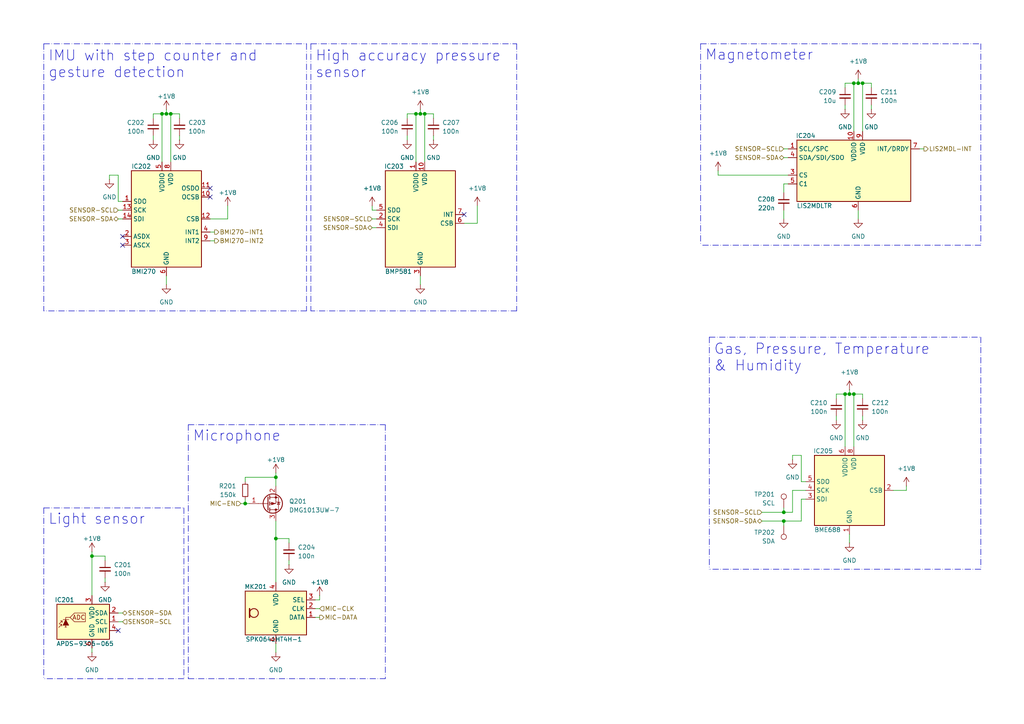
<source format=kicad_sch>
(kicad_sch (version 20231120) (generator "eeschema") (generator_version "8.0")
  (paper "A4")
  (title_block (title "ZSWatch v2") (date "2024-11-03") (rev "6") (company "github.com/jakkra/ZSWatch-HW"))
  (lib_symbols
    (symbol "Bosch:BME688"
      (property "Reference" "IC" (at -8.89 11.43 0))
      (property "Value" "BME688" (at -6.35 -11.43 0))
      (symbol "BME688_0_1"
        (rectangle (start -10.16 10.16) (end 10.16 -10.16) (stroke (width 0.254)) (fill (type background)))
      )
      (symbol "BME688_1_1"
        (pin power_in line (at 0 -12.7 90) (length 2.54) (name "GND") (number "1"))
        (pin input line (at 12.7 0 180) (length 2.54) (name "CSB") (number "2"))
        (pin bidirectional line (at -12.7 -2.54 0) (length 2.54) (name "SDI") (number "3"))
        (pin input line (at -12.7 0 0) (length 2.54) (name "SCK") (number "4"))
        (pin bidirectional line (at -12.7 2.54 0) (length 2.54) (name "SDO") (number "5"))
        (pin power_in line (at -1.27 12.7 270) (length 2.54) (name "VDDIO") (number "6"))
        (pin power_in line (at 0 -12.7 90) (length 2.54) hide (name "GND") (number "7"))
        (pin power_in line (at 1.27 12.7 270) (length 2.54) (name "VDD") (number "8"))
      )
    )
    (symbol "Bosch:BMI270"
      (property "Reference" "IC" (at -8.89 15.24 0))
      (property "Value" "BMI270" (at 0 0 0))
      (symbol "BMI270_1_0"
        (pin bidirectional line (at -12.7 5.08 0) (length 2.54) (name "SDO") (number "1"))
        (pin passive line (at 12.7 6.35 180) (length 2.54) (name "OCSB") (number "10"))
        (pin passive line (at 12.7 8.89 180) (length 2.54) (name "OSDO") (number "11"))
        (pin passive line (at 12.7 0 180) (length 2.54) (name "CSB") (number "12"))
        (pin passive line (at -12.7 2.54 0) (length 2.54) (name "SCK") (number "13"))
        (pin bidirectional line (at -12.7 0 0) (length 2.54) (name "SDI") (number "14"))
        (pin passive line (at -12.7 -5.08 0) (length 2.54) (name "ASDX") (number "2"))
        (pin passive line (at -12.7 -7.62 0) (length 2.54) (name "ASCX") (number "3"))
        (pin output line (at 12.7 -3.81 180) (length 2.54) (name "INT1") (number "4"))
        (pin power_in line (at -1.27 16.51 270) (length 2.54) (name "VDDIO") (number "5"))
        (pin power_in line (at 0 -16.51 90) (length 2.54) (name "GND") (number "6"))
        (pin power_in line (at 0 -16.51 90) (length 2.54) hide (name "GND") (number "7"))
        (pin power_in line (at 1.27 16.51 270) (length 2.54) (name "VDD") (number "8"))
        (pin output line (at 12.7 -6.35 180) (length 2.54) (name "INT2") (number "9"))
      )
      (symbol "BMI270_1_1"
        (polyline (pts (xy -10.16 13.97) (xy 10.16 13.97) (xy 10.16 -13.97) (xy -10.16 -13.97) (xy -10.16 13.97)) (stroke (width 0.254)) (fill (type background)))
      )
    )
    (symbol "Bosch:BMP581"
      (property "Reference" "IC" (at -8.89 15.24 0))
      (symbol "BMP581_1_0"
        (pin passive line (at -1.27 16.51 270) (length 2.54) (name "VDDIO") (number "1"))
        (pin passive line (at 1.27 16.51 270) (length 2.54) (name "VDD") (number "10"))
        (pin input line (at -12.7 0 0) (length 2.54) (name "SCK") (number "2"))
        (pin power_in line (at 0 -16.51 90) (length 2.54) (name "GND") (number "3"))
        (pin bidirectional line (at -12.7 -2.54 0) (length 2.54) (name "SDI") (number "4"))
        (pin bidirectional line (at -12.7 2.54 0) (length 2.54) (name "SDO") (number "5"))
        (pin passive line (at 12.7 -1.27 180) (length 2.54) (name "CSB") (number "6"))
        (pin passive line (at 12.7 1.27 180) (length 2.54) (name "INT") (number "7"))
        (pin power_in line (at 0 -16.51 90) (length 2.54) hide (name "GND") (number "8"))
        (pin power_in line (at 0 -16.51 90) (length 2.54) hide (name "GND") (number "9"))
      )
      (symbol "BMP581_1_1"
        (polyline (pts (xy -10.16 13.97) (xy 10.16 13.97) (xy 10.16 -13.97) (xy -10.16 -13.97) (xy -10.16 13.97)) (stroke (width 0.254)) (fill (type background)))
      )
    )
    (symbol "Connector:TestPoint" (pin_numbers hide) (pin_names (offset 0.762) hide)
      (property "Reference" "TP" (at 0 6.858 0))
      (property "Value" "TestPoint" (at 0 5.08 0))
      (symbol "TestPoint_0_1"
        (circle (center 0 3.302) (radius 0.762))
      )
      (symbol "TestPoint_1_1"
        (pin passive line (at 0 0 90) (length 2.54) (name "1") (number "1"))
      )
    )
    (symbol "Device:C_Small" (pin_numbers hide) (pin_names (offset 0.254) hide)
      (property "Reference" "C" (at 0.254 1.778 0))
      (property "Value" "C_Small" (at 0.254 -2.032 0))
      (symbol "C_Small_0_1"
        (polyline (pts (xy -1.524 -0.508) (xy 1.524 -0.508)) (stroke (width 0.3302)))
        (polyline (pts (xy -1.524 0.508) (xy 1.524 0.508)) (stroke (width 0.3048)))
      )
      (symbol "C_Small_1_1"
        (pin passive line (at 0 2.54 270) (length 2.032) (name "~") (number "1"))
        (pin passive line (at 0 -2.54 90) (length 2.032) (name "~") (number "2"))
      )
    )
    (symbol "Device:R_Small" (pin_numbers hide) (pin_names (offset 0.254) hide)
      (property "Reference" "R" (at 0.762 0.508 0))
      (property "Value" "R_Small" (at 0.762 -1.016 0))
      (symbol "R_Small_0_1"
        (rectangle (start -0.762 1.778) (end 0.762 -1.778) (stroke (width 0.2032)))
      )
      (symbol "R_Small_1_1"
        (pin passive line (at 0 2.54 270) (length 0.762) (name "~") (number "1"))
        (pin passive line (at 0 -2.54 90) (length 0.762) (name "~") (number "2"))
      )
    )
    (symbol "Diodes Incorporated:DMG1013UW-7" (pin_names hide)
      (property "Reference" "Q" (at 2.54 1.905 0))
      (property "Value" "DMG1013UW-7" (at -6.35 0 0))
      (symbol "DMG1013UW-7_0_1"
        (circle (center -0.889 0) (radius 2.794) (stroke (width 0.254)))
        (circle (center 0 -1.778) (radius 0.254) (fill (type outline)))
        (polyline (pts (xy -2.286 0) (xy -5.08 0)))
        (polyline (pts (xy -2.286 1.905) (xy -2.286 -1.905)) (stroke (width 0.254)))
        (polyline (pts (xy -1.778 -1.27) (xy -1.778 -2.286)) (stroke (width 0.254)))
        (polyline (pts (xy -1.778 0.508) (xy -1.778 -0.508)) (stroke (width 0.254)))
        (polyline (pts (xy -1.778 2.286) (xy -1.778 1.27)) (stroke (width 0.254)))
        (polyline (pts (xy 0 2.54) (xy 0 1.778)))
        (polyline (pts (xy 0 -2.54) (xy 0 0) (xy -1.778 0)))
        (polyline (pts (xy -1.778 1.778) (xy 0.762 1.778) (xy 0.762 -1.778) (xy -1.778 -1.778)))
        (polyline (pts (xy -0.254 0) (xy -1.27 0.381) (xy -1.27 -0.381) (xy -0.254 0)) (fill (type outline)))
        (polyline (pts (xy 0.254 -0.508) (xy 0.381 -0.381) (xy 1.143 -0.381) (xy 1.27 -0.254)))
        (polyline (pts (xy 0.762 -0.381) (xy 0.381 0.254) (xy 1.143 0.254) (xy 0.762 -0.381)))
        (circle (center 0 1.778) (radius 0.254) (fill (type outline)))
      )
      (symbol "DMG1013UW-7_1_1"
        (pin input line (at -7.62 0 0) (length 2.54) (name "G") (number "1"))
        (pin passive line (at 0 -5.08 90) (length 2.54) (name "S") (number "2"))
        (pin passive line (at 0 5.08 270) (length 2.54) (name "D") (number "3"))
      )
    )
    (symbol "Knowles:SPK0641HT4H-1"
      (property "Reference" "MK" (at -7.62 7.62 0))
      (property "Value" "SPK0641HT4H-1" (at -1.27 -7.62 0))
      (symbol "SPK0641HT4H-1_1_1"
        (rectangle (start -8.89 6.35) (end 8.89 -6.35) (stroke (width 0.254)) (fill (type background)))
        (circle (center -6.35 0) (radius 1.27) (stroke (width 0.254)))
        (polyline (pts (xy -7.62 1.27) (xy -7.62 -1.27)) (stroke (width 0.381)))
        (pin output line (at 11.43 -1.27 180) (length 2.54) (name "DATA") (number "1"))
        (pin input line (at 11.43 1.27 180) (length 2.54) (name "CLK") (number "2"))
        (pin input line (at 11.43 3.81 180) (length 2.54) (name "SEL") (number "3"))
        (pin power_in line (at 0 8.89 270) (length 2.54) (name "VDD") (number "4"))
        (pin power_in line (at 0 -8.89 90) (length 2.54) hide (name "GND") (number "5"))
        (pin power_in line (at 0 -8.89 90) (length 2.54) (name "GND") (number "6"))
        (pin power_in line (at 0 -8.89 90) (length 2.54) hide (name "GND") (number "7"))
        (pin power_in line (at 0 -8.89 90) (length 2.54) hide (name "GND") (number "8"))
      )
    )
    (symbol "ST:LIS2MDLTR"
      (property "Reference" "IC" (at -16.51 11.43 0))
      (symbol "LIS2MDLTR_1_0"
        (pin passive line (at -20.32 7.62 0) (length 2.54) (name "SCL/SPC") (number "1"))
        (pin power_in line (at -1.27 12.7 270) (length 2.54) (name "VDDIO") (number "10"))
        (pin no_connect line (at 17.78 -2.54 180) (length 2.54) hide (name "NC") (number "11"))
        (pin no_connect line (at 17.78 -5.08 180) (length 2.54) hide (name "NC") (number "12"))
        (pin no_connect line (at 17.78 0 180) (length 2.54) hide (name "NC") (number "2"))
        (pin passive line (at -20.32 0 0) (length 2.54) (name "CS") (number "3"))
        (pin passive line (at -20.32 5.08 0) (length 2.54) (name "SDA/SDI/SDO") (number "4"))
        (pin passive line (at -20.32 -2.54 0) (length 2.54) (name "C1") (number "5"))
        (pin passive line (at 0 -10.16 90) (length 2.54) (name "GND") (number "6"))
        (pin passive line (at 17.78 7.62 180) (length 2.54) (name "INT/DRDY") (number "7"))
        (pin passive line (at 0 -10.16 90) (length 2.54) hide (name "GND") (number "8"))
        (pin power_in line (at 1.27 12.7 270) (length 2.54) (name "VDD") (number "9"))
      )
      (symbol "LIS2MDLTR_1_1"
        (polyline (pts (xy -17.78 10.16) (xy 15.24 10.16) (xy 15.24 -7.62) (xy -17.78 -7.62) (xy -17.78 10.16)) (stroke (width 0.254)) (fill (type background)))
      )
    )
    (symbol "Sensor_Optical:APDS-9306-065"
      (property "Reference" "U" (at -6.35 6.35 0))
      (property "Value" "APDS-9306-065" (at 3.81 6.35 0))
      (symbol "APDS-9306-065_0_0"
        (polyline (pts (xy -3.81 1.27) (xy -2.54 2.54) (xy 0.635 2.54) (xy 0.635 0) (xy -2.54 0) (xy -3.81 1.27)))
        (text "ADC" (at -1.27 1.27 0) (effects (font (size 1.27 1.27))))
      )
      (symbol "APDS-9306-065_0_1"
        (rectangle (start -7.62 5.08) (end 7.62 -5.08) (stroke (width 0.254)) (fill (type background)))
      )
      (symbol "APDS-9306-065_1_0"
        (polyline (pts (xy -5.08 -1.524) (xy -5.08 1.27) (xy -3.81 1.27)))
      )
      (symbol "APDS-9306-065_1_1"
        (polyline (pts (xy -6.223 -0.762) (xy -7.112 -1.651)))
        (polyline (pts (xy -6.223 -0.762) (xy -6.731 -0.762)))
        (polyline (pts (xy -6.223 -0.762) (xy -6.223 -1.27)))
        (polyline (pts (xy -6.096 0.254) (xy -6.985 -0.635)))
        (polyline (pts (xy -6.096 0.254) (xy -6.604 0.254)))
        (polyline (pts (xy -6.096 0.254) (xy -6.096 -0.254)))
        (polyline (pts (xy -5.842 0.635) (xy -4.191 0.635)))
        (polyline (pts (xy -4.826 -1.524) (xy -5.334 -1.524)))
        (polyline (pts (xy -5.842 -1.016) (xy -4.191 -1.016) (xy -5.08 0.635) (xy -5.842 -1.016)) (fill (type outline)))
        (pin input line (at 10.16 0 180) (length 2.54) (name "SCL") (number "1"))
        (pin bidirectional line (at 10.16 2.54 180) (length 2.54) (name "SDA") (number "2"))
        (pin power_in line (at 2.54 7.62 270) (length 2.54) (name "VDD") (number "3"))
        (pin open_collector line (at 10.16 -2.54 180) (length 2.54) (name "INT") (number "4"))
        (pin no_connect line (at -7.62 2.54 0) (length 2.54) hide (name "NC") (number "5"))
        (pin power_in line (at 2.54 -7.62 90) (length 2.54) (name "GND") (number "6"))
      )
    )
    (symbol "power:+1V8" (power) (pin_numbers hide) (pin_names (offset 0) hide)
      (property "Value" "+1V8" (at 0 3.556 0))
      (symbol "+1V8_0_1"
        (polyline (pts (xy -0.762 1.27) (xy 0 2.54)))
        (polyline (pts (xy 0 0) (xy 0 2.54)))
        (polyline (pts (xy 0 2.54) (xy 0.762 1.27)))
      )
      (symbol "+1V8_1_1"
        (pin power_in line (at 0 0 90) (length 0) (name "~") (number "1"))
      )
    )
    (symbol "power:GND" (power) (pin_numbers hide) (pin_names (offset 0) hide)
      (property "Value" "GND" (at 0 -3.81 0))
      (symbol "GND_0_1"
        (polyline (pts (xy 0 0) (xy 0 -1.27) (xy 1.27 -1.27) (xy 0 -2.54) (xy -1.27 -1.27) (xy 0 -1.27)))
      )
      (symbol "GND_1_1"
        (pin power_in line (at 0 0 270) (length 0) (name "~") (number "1"))
      )
    )
  )
  (junction (at 71.12 146.05))
  (junction (at 247.65 114.3))
  (junction (at 246.38 114.3))
  (junction (at 80.01 156.21))
  (junction (at 247.65 24.13))
  (junction (at 123.19 33.02))
  (junction (at 80.01 138.43))
  (junction (at 250.19 24.13))
  (junction (at 245.11 114.3))
  (junction (at 49.53 33.02))
  (junction (at 227.33 151.13))
  (junction (at 48.26 33.02))
  (junction (at 26.67 161.29))
  (junction (at 248.92 24.13))
  (junction (at 120.65 33.02))
  (junction (at 227.33 148.59))
  (junction (at 121.92 33.02))
  (junction (at 46.99 33.02))
  (no_connect (at 35.56 68.58))
  (no_connect (at 60.96 57.15))
  (no_connect (at 60.96 54.61))
  (no_connect (at 34.29 182.88))
  (no_connect (at 134.62 62.23))
  (no_connect (at 35.56 71.12))
  (wire (pts (xy 232.41 151.13) (xy 232.41 144.78)))
  (wire (pts (xy 92.71 172.72) (xy 92.71 173.99)))
  (polyline (pts (xy 111.76 123.19) (xy 111.76 196.85)) (stroke (width 0) (type dash_dot)))
  (polyline (pts (xy 284.48 165.1) (xy 205.74 165.1)) (stroke (width 0) (type dash_dot)))
  (wire (pts (xy 245.11 114.3) (xy 245.11 129.54)))
  (wire (pts (xy 48.26 33.02) (xy 49.53 33.02)))
  (wire (pts (xy 250.19 24.13) (xy 252.73 24.13)))
  (wire (pts (xy 60.96 63.5) (xy 66.04 63.5)))
  (wire (pts (xy 125.73 33.02) (xy 123.19 33.02)))
  (wire (pts (xy 80.01 186.69) (xy 80.01 189.23)))
  (wire (pts (xy 83.82 162.56) (xy 83.82 163.83)))
  (polyline (pts (xy 88.9 90.17) (xy 12.7 90.17)) (stroke (width 0) (type dash_dot)))
  (polyline (pts (xy 203.2 12.7) (xy 284.48 12.7)) (stroke (width 0) (type dash_dot)))
  (wire (pts (xy 248.92 60.96) (xy 248.92 63.5)))
  (wire (pts (xy 44.45 39.37) (xy 44.45 40.64)))
  (wire (pts (xy 109.22 66.04) (xy 107.95 66.04)))
  (polyline (pts (xy 90.17 12.7) (xy 90.17 90.17)) (stroke (width 0) (type dash_dot)))
  (wire (pts (xy 30.48 162.56) (xy 30.48 161.29)))
  (wire (pts (xy 266.7 43.18) (xy 267.97 43.18)))
  (polyline (pts (xy 88.9 12.7) (xy 88.9 90.17)) (stroke (width 0) (type dash_dot)))
  (wire (pts (xy 246.38 114.3) (xy 247.65 114.3)))
  (wire (pts (xy 125.73 39.37) (xy 125.73 40.64)))
  (polyline (pts (xy 90.17 12.7) (xy 149.86 12.7)) (stroke (width 0) (type dash_dot)))
  (wire (pts (xy 80.01 156.21) (xy 80.01 168.91)))
  (wire (pts (xy 34.29 63.5) (xy 35.56 63.5)))
  (wire (pts (xy 62.23 67.31) (xy 60.96 67.31)))
  (wire (pts (xy 247.65 24.13) (xy 248.92 24.13)))
  (wire (pts (xy 107.95 60.96) (xy 107.95 59.69)))
  (polyline (pts (xy 12.7 147.32) (xy 53.34 147.32)) (stroke (width 0) (type dash_dot)))
  (wire (pts (xy 91.44 179.07) (xy 92.71 179.07)))
  (wire (pts (xy 60.96 69.85) (xy 62.23 69.85)))
  (wire (pts (xy 49.53 33.02) (xy 49.53 46.99)))
  (wire (pts (xy 252.73 24.13) (xy 252.73 25.4)))
  (wire (pts (xy 118.11 33.02) (xy 118.11 34.29)))
  (wire (pts (xy 242.57 120.65) (xy 242.57 121.92)))
  (wire (pts (xy 250.19 120.65) (xy 250.19 121.92)))
  (wire (pts (xy 91.44 173.99) (xy 92.71 173.99)))
  (wire (pts (xy 91.44 176.53) (xy 92.71 176.53)))
  (wire (pts (xy 232.41 151.13) (xy 227.33 151.13)))
  (wire (pts (xy 48.26 80.01) (xy 48.26 82.55)))
  (wire (pts (xy 80.01 138.43) (xy 71.12 138.43)))
  (polyline (pts (xy 54.61 123.19) (xy 54.61 196.85)) (stroke (width 0) (type dash_dot)))
  (polyline (pts (xy 149.86 12.7) (xy 149.86 90.17)) (stroke (width 0) (type dash_dot)))
  (wire (pts (xy 232.41 139.7) (xy 233.68 139.7)))
  (wire (pts (xy 227.33 45.72) (xy 228.6 45.72)))
  (polyline (pts (xy 12.7 147.32) (xy 12.7 196.85)) (stroke (width 0) (type dash_dot)))
  (wire (pts (xy 227.33 151.13) (xy 220.98 151.13)))
  (wire (pts (xy 69.85 146.05) (xy 71.12 146.05)))
  (wire (pts (xy 248.92 22.86) (xy 248.92 24.13)))
  (wire (pts (xy 120.65 33.02) (xy 121.92 33.02)))
  (wire (pts (xy 227.33 147.32) (xy 227.33 148.59)))
  (wire (pts (xy 35.56 58.42) (xy 34.29 58.42)))
  (polyline (pts (xy 53.34 147.32) (xy 53.34 196.85)) (stroke (width 0) (type dash_dot)))
  (polyline (pts (xy 149.86 90.17) (xy 90.17 90.17)) (stroke (width 0) (type dash_dot)))
  (polyline (pts (xy 284.48 97.79) (xy 284.48 165.1)) (stroke (width 0) (type dash_dot)))
  (wire (pts (xy 34.29 50.8) (xy 31.75 50.8)))
  (wire (pts (xy 34.29 58.42) (xy 34.29 50.8)))
  (polyline (pts (xy 54.61 196.85) (xy 111.76 196.85)) (stroke (width 0) (type dash_dot)))
  (wire (pts (xy 229.87 132.08) (xy 232.41 132.08)))
  (wire (pts (xy 26.67 161.29) (xy 30.48 161.29)))
  (wire (pts (xy 46.99 33.02) (xy 44.45 33.02)))
  (wire (pts (xy 227.33 60.96) (xy 227.33 63.5)))
  (wire (pts (xy 246.38 114.3) (xy 245.11 114.3)))
  (polyline (pts (xy 12.7 12.7) (xy 88.9 12.7)) (stroke (width 0) (type dash_dot)))
  (wire (pts (xy 227.33 151.13) (xy 227.33 152.4)))
  (polyline (pts (xy 284.48 71.12) (xy 203.2 71.12)) (stroke (width 0) (type dash_dot)))
  (wire (pts (xy 232.41 144.78) (xy 233.68 144.78)))
  (wire (pts (xy 121.92 31.75) (xy 121.92 33.02)))
  (wire (pts (xy 250.19 24.13) (xy 250.19 38.1)))
  (wire (pts (xy 227.33 53.34) (xy 228.6 53.34)))
  (wire (pts (xy 245.11 30.48) (xy 245.11 31.75)))
  (wire (pts (xy 229.87 148.59) (xy 229.87 142.24)))
  (wire (pts (xy 228.6 50.8) (xy 208.28 50.8)))
  (wire (pts (xy 120.65 33.02) (xy 120.65 46.99)))
  (wire (pts (xy 242.57 114.3) (xy 245.11 114.3)))
  (wire (pts (xy 46.99 33.02) (xy 48.26 33.02)))
  (wire (pts (xy 248.92 24.13) (xy 250.19 24.13)))
  (wire (pts (xy 26.67 187.96) (xy 26.67 189.23)))
  (wire (pts (xy 66.04 63.5) (xy 66.04 59.69)))
  (wire (pts (xy 83.82 156.21) (xy 80.01 156.21)))
  (polyline (pts (xy 12.7 12.7) (xy 12.7 90.17)) (stroke (width 0) (type dash_dot)))
  (wire (pts (xy 52.07 33.02) (xy 52.07 34.29)))
  (wire (pts (xy 220.98 148.59) (xy 227.33 148.59)))
  (wire (pts (xy 107.95 63.5) (xy 109.22 63.5)))
  (polyline (pts (xy 205.74 97.79) (xy 205.74 165.1)) (stroke (width 0) (type dash_dot)))
  (wire (pts (xy 34.29 180.34) (xy 35.56 180.34)))
  (wire (pts (xy 31.75 50.8) (xy 31.75 52.07)))
  (wire (pts (xy 120.65 33.02) (xy 118.11 33.02)))
  (wire (pts (xy 46.99 46.99) (xy 46.99 33.02)))
  (wire (pts (xy 138.43 59.69) (xy 138.43 64.77)))
  (wire (pts (xy 26.67 160.02) (xy 26.67 161.29)))
  (wire (pts (xy 121.92 33.02) (xy 123.19 33.02)))
  (wire (pts (xy 227.33 43.18) (xy 228.6 43.18)))
  (wire (pts (xy 34.29 177.8) (xy 35.56 177.8)))
  (wire (pts (xy 245.11 24.13) (xy 247.65 24.13)))
  (wire (pts (xy 49.53 33.02) (xy 52.07 33.02)))
  (wire (pts (xy 52.07 39.37) (xy 52.07 40.64)))
  (wire (pts (xy 44.45 33.02) (xy 44.45 34.29)))
  (polyline (pts (xy 205.74 97.79) (xy 284.48 97.79)) (stroke (width 0) (type dash_dot)))
  (wire (pts (xy 121.92 80.01) (xy 121.92 82.55)))
  (wire (pts (xy 71.12 146.05) (xy 71.12 144.78)))
  (polyline (pts (xy 53.34 196.85) (xy 12.7 196.85)) (stroke (width 0) (type dash_dot)))
  (wire (pts (xy 208.28 49.53) (xy 208.28 50.8)))
  (wire (pts (xy 34.29 60.96) (xy 35.56 60.96)))
  (wire (pts (xy 125.73 33.02) (xy 125.73 34.29)))
  (wire (pts (xy 246.38 154.94) (xy 246.38 157.48)))
  (wire (pts (xy 48.26 31.75) (xy 48.26 33.02)))
  (wire (pts (xy 246.38 113.03) (xy 246.38 114.3)))
  (wire (pts (xy 247.65 114.3) (xy 250.19 114.3)))
  (wire (pts (xy 83.82 156.21) (xy 83.82 157.48)))
  (wire (pts (xy 245.11 25.4) (xy 245.11 24.13)))
  (wire (pts (xy 138.43 64.77) (xy 134.62 64.77)))
  (wire (pts (xy 80.01 151.13) (xy 80.01 156.21)))
  (wire (pts (xy 250.19 114.3) (xy 250.19 115.57)))
  (wire (pts (xy 247.65 24.13) (xy 247.65 38.1)))
  (wire (pts (xy 80.01 137.16) (xy 80.01 138.43)))
  (wire (pts (xy 227.33 148.59) (xy 229.87 148.59)))
  (wire (pts (xy 30.48 167.64) (xy 30.48 168.91)))
  (wire (pts (xy 72.39 146.05) (xy 71.12 146.05)))
  (wire (pts (xy 247.65 114.3) (xy 247.65 129.54)))
  (wire (pts (xy 109.22 60.96) (xy 107.95 60.96)))
  (polyline (pts (xy 54.61 123.19) (xy 111.76 123.19)) (stroke (width 0) (type dash_dot)))
  (wire (pts (xy 259.08 142.24) (xy 262.89 142.24)))
  (wire (pts (xy 262.89 142.24) (xy 262.89 140.97)))
  (wire (pts (xy 123.19 33.02) (xy 123.19 46.99)))
  (wire (pts (xy 242.57 114.3) (xy 242.57 115.57)))
  (wire (pts (xy 229.87 133.35) (xy 229.87 132.08)))
  (wire (pts (xy 118.11 39.37) (xy 118.11 40.64)))
  (wire (pts (xy 80.01 138.43) (xy 80.01 140.97)))
  (wire (pts (xy 232.41 132.08) (xy 232.41 139.7)))
  (polyline (pts (xy 284.48 12.7) (xy 284.48 71.12)) (stroke (width 0) (type dash_dot)))
  (wire (pts (xy 26.67 161.29) (xy 26.67 172.72)))
  (wire (pts (xy 71.12 138.43) (xy 71.12 139.7)))
  (polyline (pts (xy 203.2 12.7) (xy 203.2 71.12)) (stroke (width 0) (type dash_dot)))
  (wire (pts (xy 229.87 142.24) (xy 233.68 142.24)))
  (wire (pts (xy 252.73 31.75) (xy 252.73 30.48)))
  (wire (pts (xy 227.33 55.88) (xy 227.33 53.34)))
  (text "Gas, Pressure, Temperature\n& Humidity" (at 207.01 107.95 0) (effects (font (size 3 3)) (justify left bottom)))
  (text "Magnetometer" (at 204.47 17.78 0) (effects (font (size 3 3)) (justify left bottom)))
  (text "High accuracy pressure\nsensor" (at 91.44 22.86 0) (effects (font (size 3 3)) (justify left bottom)))
  (text "Microphone" (at 55.88 128.27 0) (effects (font (size 3 3)) (justify left bottom)))
  (text "Light sensor" (at 13.97 152.4 0) (effects (font (size 3 3)) (justify left bottom)))
  (text "IMU with step counter and\ngesture detection" (at 13.97 22.86 0) (effects (font (size 3 3)) (justify left bottom)))
  (hierarchical_label "LIS2MDL-INT" (shape output) (at 267.97 43.18 0))
  (hierarchical_label "SENSOR-SDA" (shape bidirectional) (at 220.98 151.13 180))
  (hierarchical_label "MIC-DATA" (shape output) (at 92.71 179.07 0))
  (hierarchical_label "MIC-EN" (shape input) (at 69.85 146.05 180))
  (hierarchical_label "SENSOR-SCL" (shape input) (at 35.56 180.34 0))
  (hierarchical_label "SENSOR-SCL" (shape input) (at 227.33 43.18 180))
  (hierarchical_label "SENSOR-SCL" (shape input) (at 220.98 148.59 180))
  (hierarchical_label "SENSOR-SDA" (shape bidirectional) (at 227.33 45.72 180))
  (hierarchical_label "BMI270-INT1" (shape output) (at 62.23 67.31 0))
  (hierarchical_label "SENSOR-SDA" (shape bidirectional) (at 34.29 63.5 180))
  (hierarchical_label "BMI270-INT2" (shape output) (at 62.23 69.85 0))
  (hierarchical_label "SENSOR-SCL" (shape input) (at 34.29 60.96 180))
  (hierarchical_label "SENSOR-SDA" (shape bidirectional) (at 35.56 177.8 0))
  (hierarchical_label "MIC-CLK" (shape input) (at 92.71 176.53 0))
  (hierarchical_label "SENSOR-SDA" (shape bidirectional) (at 107.95 66.04 180))
  (hierarchical_label "SENSOR-SCL" (shape input) (at 107.95 63.5 180))
  (symbol (lib_id "power:GND") (at 245.11 31.75 0) (unit 1)
    (property "Reference" "#PWR0224" (effects (hide yes)))
    (property "Value" "GND" (at 245.11 36.83 0))
    (property "Description" "Power symbol creates a global label with name \"GND\" , ground" (effects (hide yes)))
  )
  (symbol (lib_id "power:GND") (at 248.92 63.5 0) (unit 1)
    (property "Reference" "#PWR0227" (effects (hide yes)))
    (property "Value" "GND" (at 248.92 68.58 0))
    (property "Description" "Power symbol creates a global label with name \"GND\" , ground" (effects (hide yes)))
  )
  (symbol (lib_id "power:GND") (at 229.87 133.35 0) (unit 1)
    (property "Reference" "#PWR0223" (effects (hide yes)))
    (property "Value" "GND" (at 229.87 138.43 0))
    (property "Description" "Power symbol creates a global label with name \"GND\" , ground" (effects (hide yes)))
  )
  (symbol (lib_id "Device:C_Small") (at 252.73 27.94 0) (mirror y) (unit 1)
    (property "Reference" "C211" (at 255.27 26.6763 0) (effects (justify right)))
    (property "Value" "100n" (at 255.27 29.2163 0) (effects (justify right)))
    (property "Footprint" "Capacitor_SMD:C_0603_1608Metric" (effects (hide yes)))
    (property "Datasheet" "https://www.mouser.de/datasheet/2/40/KGM_X7R-3223212.pdf" (effects (hide yes)))
    (property "manf" "KYOCERA AVX" (effects (hide yes)))
    (property "manf#" "06035C104KAT2A" (effects (hide yes)))
    (property "mouser#" "581-06035C104KAT2A" (effects (hide yes)))
  )
  (symbol (lib_id "power:+1V8") (at 262.89 140.97 0) (unit 1)
    (property "Reference" "#PWR0232" (effects (hide yes)))
    (property "Value" "+1V8" (at 262.89 135.89 0))
    (property "Description" "Power symbol creates a global label with name \"+1V8\"" (effects (hide yes)))
  )
  (symbol (lib_id "power:GND") (at 83.82 163.83 0) (unit 1)
    (property "Reference" "#PWR0212" (effects (hide yes)))
    (property "Value" "GND" (at 83.82 168.91 0))
    (property "Description" "Power symbol creates a global label with name \"GND\" , ground" (effects (hide yes)))
  )
  (symbol (lib_id "power:GND") (at 26.67 189.23 0) (unit 1)
    (property "Reference" "#PWR0202" (effects (hide yes)))
    (property "Value" "GND" (at 26.67 194.31 0))
    (property "Description" "Power symbol creates a global label with name \"GND\" , ground" (effects (hide yes)))
  )
  (symbol (lib_id "Device:C_Small") (at 118.11 36.83 180) (unit 1)
    (property "Reference" "C206" (at 115.57 35.5536 0) (effects (justify left)))
    (property "Value" "100n" (at 115.57 38.0936 0) (effects (justify left)))
    (property "Footprint" "Capacitor_SMD:C_0603_1608Metric" (effects (hide yes)))
    (property "Datasheet" "https://www.mouser.de/datasheet/2/40/KGM_X7R-3223212.pdf" (effects (hide yes)))
    (property "manf" "KYOCERA AVX" (effects (hide yes)))
    (property "manf#" "06035C104KAT2A" (effects (hide yes)))
    (property "mouser#" "581-06035C104KAT2A" (effects (hide yes)))
  )
  (symbol (lib_id "power:GND") (at 52.07 40.64 0) (unit 1)
    (property "Reference" "#PWR0208" (effects (hide yes)))
    (property "Value" "GND" (at 52.07 45.72 0))
    (property "Description" "Power symbol creates a global label with name \"GND\" , ground" (effects (hide yes)))
  )
  (symbol (lib_id "power:+1V8") (at 246.38 113.03 0) (unit 1)
    (property "Reference" "#PWR0228" (effects (hide yes)))
    (property "Value" "+1V8" (at 246.38 107.95 0))
    (property "Description" "Power symbol creates a global label with name \"+1V8\"" (effects (hide yes)))
  )
  (symbol (lib_id "Device:C_Small") (at 250.19 118.11 180) (unit 1)
    (property "Reference" "C212" (at 252.73 116.8336 0) (effects (justify right)))
    (property "Value" "100n" (at 252.73 119.3736 0) (effects (justify right)))
    (property "Footprint" "Capacitor_SMD:C_0603_1608Metric" (effects (hide yes)))
    (property "Datasheet" "https://www.mouser.de/datasheet/2/40/KGM_X7R-3223212.pdf" (effects (hide yes)))
    (property "manf" "KYOCERA AVX" (effects (hide yes)))
    (property "manf#" "06035C104KAT2A" (effects (hide yes)))
    (property "mouser#" "581-06035C104KAT2A" (effects (hide yes)))
  )
  (symbol (lib_id "Device:C_Small") (at 227.33 58.42 0) (unit 1)
    (property "Reference" "C208" (at 224.79 57.7913 0) (effects (justify right)))
    (property "Value" "220n" (at 224.79 60.3313 0) (effects (justify right)))
    (property "Footprint" "Capacitor_SMD:C_0603_1608Metric" (effects (hide yes)))
    (property "Datasheet" "https://www.mouser.de/datasheet/2/40/KGM_X7R-3223212.pdf" (effects (hide yes)))
    (property "manf" "KYOCERA AVX" (effects (hide yes)))
    (property "manf#" "06033C224KAT2A" (effects (hide yes)))
    (property "mouser#" "581-06033C224KAT2A" (effects (hide yes)))
  )
  (symbol (lib_id "power:+1V8") (at 138.43 59.69 0) (unit 1)
    (property "Reference" "#PWR0220" (effects (hide yes)))
    (property "Value" "+1V8" (at 138.43 54.61 0))
    (property "Description" "Power symbol creates a global label with name \"+1V8\"" (effects (hide yes)))
  )
  (symbol (lib_id "power:GND") (at 250.19 121.92 0) (unit 1)
    (property "Reference" "#PWR0231" (effects (hide yes)))
    (property "Value" "GND" (at 250.19 127 0))
    (property "Description" "Power symbol creates a global label with name \"GND\" , ground" (effects (hide yes)))
  )
  (symbol (lib_id "power:+1V8") (at 92.71 172.72 0) (unit 1)
    (property "Reference" "#PWR0213" (effects (hide yes)))
    (property "Value" "+1V8" (at 92.71 168.91 0))
    (property "Description" "Power symbol creates a global label with name \"+1V8\"" (effects (hide yes)))
  )
  (symbol (lib_id "power:GND") (at 125.73 40.64 0) (mirror y) (unit 1)
    (property "Reference" "#PWR0219" (effects (hide yes)))
    (property "Value" "GND" (at 125.73 45.72 0))
    (property "Description" "Power symbol creates a global label with name \"GND\" , ground" (effects (hide yes)))
  )
  (symbol (lib_id "Bosch:BMI270") (at 48.26 63.5 0) (unit 1)
    (property "Reference" "IC202" (at 38.1 48.26 0) (effects (justify left)))
    (property "Value" "BMI270" (at 38.1 78.74 0) (effects (justify left)))
    (property "Footprint" "Package_LGA:Bosch_LGA-14_3x2.5mm_P0.5mm_LayoutBorder3x4y" (effects (hide yes)))
    (property "Datasheet" "https://www.bosch-sensortec.com/media/boschsensortec/downloads/datasheets/bst-bmi270-ds000.pdf" (effects (hide yes)))
    (property "manf" "Bosch" (effects (hide yes)))
    (property "manf#" "BMI270" (effects (hide yes)))
    (property "mouser#" "262-BMI270" (effects (hide yes)))
  )
  (symbol (lib_id "Device:C_Small") (at 125.73 36.83 0) (mirror y) (unit 1)
    (property "Reference" "C207" (at 128.27 35.5663 0) (effects (justify right)))
    (property "Value" "100n" (at 128.27 38.1063 0) (effects (justify right)))
    (property "Footprint" "Capacitor_SMD:C_0603_1608Metric" (effects (hide yes)))
    (property "Datasheet" "https://www.mouser.de/datasheet/2/40/KGM_X7R-3223212.pdf" (effects (hide yes)))
    (property "manf" "KYOCERA AVX" (effects (hide yes)))
    (property "manf#" "06035C104KAT2A" (effects (hide yes)))
    (property "mouser#" "581-06035C104KAT2A" (effects (hide yes)))
  )
  (symbol (lib_id "Diodes Incorporated:DMG1013UW-7") (at 80.01 146.05 0) (mirror x) (unit 1)
    (property "Reference" "Q201" (at 83.82 145.415 0) (effects (justify left)))
    (property "Value" "DMG1013UW-7" (at 83.82 147.955 0) (effects (justify left)))
    (property "Footprint" "Package_TO_SOT_SMD:SOT-323_SC-70" (effects (hide yes)))
    (property "Datasheet" "https://www.diodes.com/assets/Datasheets/ds31861.pdf" (effects (hide yes)))
    (property "manf" "Diodes Incorporated" (effects (hide yes)))
    (property "manf#" "DMG1013UW-7" (effects (hide yes)))
    (property "CONFIG" "-ENV" (effects (hide yes)))
    (property "mouser#" "621-DMG1013UW-7" (effects (hide yes)))
  )
  (symbol (lib_id "Sensor_Optical:APDS-9306-065") (at 24.13 180.34 0) (unit 1)
    (property "Reference" "IC201" (at 21.59 173.99 0) (effects (justify right)))
    (property "Value" "APDS-9306-065" (at 33.02 186.69 0) (effects (justify right)))
    (property "Footprint" "Broadcom:Broadcom_DFN-6_2x2mm_P0.65mm" (effects (hide yes)))
    (property "Datasheet" "https://docs.broadcom.com/docs/AV02-4755EN" (effects (hide yes)))
    (property "manf" "Broadcom / Avago" (effects (hide yes)))
    (property "manf#" "APDS-9306-065" (effects (hide yes)))
    (property "mouser#" "630-APDS-9306-065" (effects (hide yes)))
  )
  (symbol (lib_id "Connector:TestPoint") (at 227.33 147.32 0) (mirror y) (unit 1) (in_bom no)
    (property "Reference" "TP201" (at 224.79 143.383 0) (effects (justify left)))
    (property "Value" "SCL" (at 224.79 145.923 0) (effects (justify left)))
    (property "Footprint" "TestPoint:TestPoint_Pad_D1.0mm" (effects (hide yes)))
  )
  (symbol (lib_id "Device:C_Small") (at 44.45 36.83 0) (unit 1)
    (property "Reference" "C202" (at 41.91 35.5663 0) (effects (justify right)))
    (property "Value" "100n" (at 41.91 38.1063 0) (effects (justify right)))
    (property "Footprint" "Capacitor_SMD:C_0603_1608Metric" (effects (hide yes)))
    (property "Datasheet" "https://www.mouser.de/datasheet/2/40/KGM_X7R-3223212.pdf" (effects (hide yes)))
    (property "manf" "KYOCERA AVX" (effects (hide yes)))
    (property "manf#" "06035C104KAT2A" (effects (hide yes)))
    (property "mouser#" "581-06035C104KAT2A" (effects (hide yes)))
  )
  (symbol (lib_id "power:GND") (at 227.33 63.5 0) (unit 1)
    (property "Reference" "#PWR0222" (effects (hide yes)))
    (property "Value" "GND" (at 227.33 68.58 0))
    (property "Description" "Power symbol creates a global label with name \"GND\" , ground" (effects (hide yes)))
  )
  (symbol (lib_id "Device:C_Small") (at 242.57 118.11 0) (mirror y) (unit 1)
    (property "Reference" "C210" (at 240.03 116.8463 0) (effects (justify left)))
    (property "Value" "100n" (at 240.03 119.3863 0) (effects (justify left)))
    (property "Footprint" "Capacitor_SMD:C_0603_1608Metric" (effects (hide yes)))
    (property "Datasheet" "https://www.mouser.de/datasheet/2/40/KGM_X7R-3223212.pdf" (effects (hide yes)))
    (property "manf" "KYOCERA AVX" (effects (hide yes)))
    (property "manf#" "06035C104KAT2A" (effects (hide yes)))
    (property "mouser#" "581-06035C104KAT2A" (effects (hide yes)))
  )
  (symbol (lib_id "power:GND") (at 121.92 82.55 0) (unit 1)
    (property "Reference" "#PWR0218" (effects (hide yes)))
    (property "Value" "GND" (at 121.92 87.63 0))
    (property "Description" "Power symbol creates a global label with name \"GND\" , ground" (effects (hide yes)))
  )
  (symbol (lib_id "power:GND") (at 30.48 168.91 0) (unit 1)
    (property "Reference" "#PWR0203" (effects (hide yes)))
    (property "Value" "GND" (at 30.48 173.99 0))
    (property "Description" "Power symbol creates a global label with name \"GND\" , ground" (effects (hide yes)))
  )
  (symbol (lib_id "power:GND") (at 246.38 157.48 0) (unit 1)
    (property "Reference" "#PWR0229" (effects (hide yes)))
    (property "Value" "GND" (at 246.38 162.56 0))
    (property "Description" "Power symbol creates a global label with name \"GND\" , ground" (effects (hide yes)))
  )
  (symbol (lib_id "Device:C_Small") (at 30.48 165.1 0) (mirror y) (unit 1)
    (property "Reference" "C201" (at 33.02 163.8363 0) (effects (justify right)))
    (property "Value" "100n" (at 33.02 166.3763 0) (effects (justify right)))
    (property "Footprint" "Capacitor_SMD:C_0603_1608Metric" (effects (hide yes)))
    (property "Datasheet" "https://www.mouser.de/datasheet/2/40/KGM_X7R-3223212.pdf" (effects (hide yes)))
    (property "manf" "KYOCERA AVX" (effects (hide yes)))
    (property "manf#" "06035C104KAT2A" (effects (hide yes)))
    (property "mouser#" "581-06035C104KAT2A" (effects (hide yes)))
  )
  (symbol (lib_id "Connector:TestPoint") (at 227.33 152.4 0) (mirror x) (unit 1) (in_bom no)
    (property "Reference" "TP202" (at 224.79 154.432 0) (effects (justify right)))
    (property "Value" "SDA" (at 224.79 156.972 0) (effects (justify right)))
    (property "Footprint" "TestPoint:TestPoint_Pad_D1.0mm" (effects (hide yes)))
  )
  (symbol (lib_id "ST:LIS2MDLTR") (at 248.92 50.8 0) (unit 1)
    (property "Reference" "IC204" (at 233.68 39.37 0))
    (property "Value" "LIS2MDLTR" (at 236.22 59.69 0))
    (property "Footprint" "Package_LGA:LGA-12_2x2mm_P0.5mm" (effects (hide yes)))
    (property "Datasheet" "http://www.st.com/content/ccc/resource/technical/document/datasheet/group3/29/13/d1/e0/9a/4d/4f/30/DM00395193/files/DM00395193.pdf/jcr:content/translations/en.DM00395193.pdf" (effects (hide yes)))
    (property "manf" "STMicroelectronics" (effects (hide yes)))
    (property "manf#" "LIS2MDLTR" (effects (hide yes)))
    (property "mouser#" "511-LIS2MDLTR" (effects (hide yes)))
  )
  (symbol (lib_id "power:+1V8") (at 121.92 31.75 0) (unit 1)
    (property "Reference" "#PWR0217" (effects (hide yes)))
    (property "Value" "+1V8" (at 121.92 26.67 0))
    (property "Description" "Power symbol creates a global label with name \"+1V8\"" (effects (hide yes)))
  )
  (symbol (lib_id "power:+1V8") (at 107.95 59.69 0) (unit 1)
    (property "Reference" "#PWR0215" (effects (hide yes)))
    (property "Value" "+1V8" (at 107.95 54.61 0))
    (property "Description" "Power symbol creates a global label with name \"+1V8\"" (effects (hide yes)))
  )
  (symbol (lib_id "power:GND") (at 31.75 52.07 0) (unit 1)
    (property "Reference" "#PWR0204" (effects (hide yes)))
    (property "Value" "GND" (at 31.75 57.15 0))
    (property "Description" "Power symbol creates a global label with name \"GND\" , ground" (effects (hide yes)))
  )
  (symbol (lib_id "Device:R_Small") (at 71.12 142.24 0) (mirror x) (unit 1)
    (property "Reference" "R201" (at 68.58 140.97 0) (effects (justify right)))
    (property "Value" "150k" (at 68.58 143.51 0) (effects (justify right)))
    (property "Footprint" "Resistor_SMD:R_0603_1608Metric" (effects (hide yes)))
    (property "Datasheet" "https://www.mouser.de/datasheet/2/447/YAGEO_PYu_RC_Group_51_RoHS_L_12-3313492.pdf" (effects (hide yes)))
    (property "manf" "YAGEO" (effects (hide yes)))
    (property "manf#" "RC0603FR-07150KL" (effects (hide yes)))
    (property "CONFIG" "-ENV" (effects (hide yes)))
    (property "mouser#" "603-RC0603FR-07150KL" (effects (hide yes)))
  )
  (symbol (lib_id "power:GND") (at 44.45 40.64 0) (unit 1)
    (property "Reference" "#PWR0205" (effects (hide yes)))
    (property "Value" "GND" (at 44.45 45.72 0))
    (property "Description" "Power symbol creates a global label with name \"GND\" , ground" (effects (hide yes)))
  )
  (symbol (lib_id "power:+1V8") (at 48.26 31.75 0) (unit 1)
    (property "Reference" "#PWR0206" (effects (hide yes)))
    (property "Value" "+1V8" (at 48.26 27.94 0))
    (property "Description" "Power symbol creates a global label with name \"+1V8\"" (effects (hide yes)))
  )
  (symbol (lib_id "power:GND") (at 80.01 189.23 0) (unit 1)
    (property "Reference" "#PWR0211" (effects (hide yes)))
    (property "Value" "GND" (at 80.01 194.31 0))
    (property "Description" "Power symbol creates a global label with name \"GND\" , ground" (effects (hide yes)))
  )
  (symbol (lib_id "power:GND") (at 242.57 121.92 0) (unit 1)
    (property "Reference" "#PWR0225" (effects (hide yes)))
    (property "Value" "GND" (at 242.57 127 0))
    (property "Description" "Power symbol creates a global label with name \"GND\" , ground" (effects (hide yes)))
  )
  (symbol (lib_id "Bosch:BME688") (at 246.38 142.24 0) (unit 1)
    (property "Reference" "IC205" (at 238.76 130.81 0))
    (property "Value" "BME688" (at 240.03 153.67 0))
    (property "Footprint" "Package_LGA:Bosch_LGA-8_3x3mm_P0.8mm_ClockwisePinNumbering" (effects (hide yes)))
    (property "Datasheet" "https://www.bosch-sensortec.com/media/boschsensortec/downloads/datasheets/bst-bme688-ds000.pdf" (effects (hide yes)))
    (property "Description" "4-in-1 sensor, gas, humidity, pressure, temperature, I2C and SPI interface, 1.71-3.6V, LGA-8" (effects (hide yes)))
    (property "manf" "Bosch" (effects (hide yes)))
    (property "manf#" "BME688" (effects (hide yes)))
    (property "mouser#" "262-BME688" (effects (hide yes)))
  )
  (symbol (lib_id "power:+1V8") (at 26.67 160.02 0) (unit 1)
    (property "Reference" "#PWR0201" (effects (hide yes)))
    (property "Value" "+1V8" (at 26.67 156.21 0))
    (property "Description" "Power symbol creates a global label with name \"+1V8\"" (effects (hide yes)))
  )
  (symbol (lib_id "power:GND") (at 48.26 82.55 0) (unit 1)
    (property "Reference" "#PWR0207" (effects (hide yes)))
    (property "Value" "GND" (at 48.26 87.63 0))
    (property "Description" "Power symbol creates a global label with name \"GND\" , ground" (effects (hide yes)))
  )
  (symbol (lib_id "power:+1V8") (at 80.01 137.16 0) (unit 1)
    (property "Reference" "#PWR0210" (effects (hide yes)))
    (property "Value" "+1V8" (at 80.01 133.35 0))
    (property "Description" "Power symbol creates a global label with name \"+1V8\"" (effects (hide yes)))
  )
  (symbol (lib_id "Knowles:SPK0641HT4H-1") (at 80.01 177.8 0) (unit 1)
    (property "Reference" "MK201" (at 77.47 170.18 0) (effects (justify right)))
    (property "Value" "SPK0641HT4H-1" (at 87.63 185.42 0) (effects (justify right)))
    (property "Footprint" "Knowles:SPK0641HT4H-1" (effects (hide yes)))
    (property "Datasheet" "https://www.knowles.com/docs/default-source/default-document-library/sph0645lm4h-1-datasheet.pdf" (effects (hide yes)))
    (property "Description" "Digital MEMS Microphone" (effects (hide yes)))
    (property "manf" "Knowles" (effects (hide yes)))
    (property "manf#" "SPK0641HT4H-1" (effects (hide yes)))
    (property "CONFIG" "-ENV" (effects (hide yes)))
    (property "mouser#" "721-SPK0641HT4H-1" (effects (hide yes)))
  )
  (symbol (lib_id "power:GND") (at 118.11 40.64 0) (unit 1)
    (property "Reference" "#PWR0216" (effects (hide yes)))
    (property "Value" "GND" (at 118.11 45.72 0))
    (property "Description" "Power symbol creates a global label with name \"GND\" , ground" (effects (hide yes)))
  )
  (symbol (lib_id "Device:C_Small") (at 83.82 160.02 0) (mirror y) (unit 1)
    (property "Reference" "C204" (at 86.36 158.7563 0) (effects (justify right)))
    (property "Value" "100n" (at 86.36 161.2963 0) (effects (justify right)))
    (property "Footprint" "Capacitor_SMD:C_0603_1608Metric" (effects (hide yes)))
    (property "Datasheet" "https://www.mouser.de/datasheet/2/40/KGM_X7R-3223212.pdf" (effects (hide yes)))
    (property "manf" "KYOCERA AVX" (effects (hide yes)))
    (property "manf#" "06035C104KAT2A" (effects (hide yes)))
    (property "mouser#" "581-06035C104KAT2A" (effects (hide yes)))
  )
  (symbol (lib_id "power:+1V8") (at 208.28 49.53 0) (unit 1)
    (property "Reference" "#PWR0221" (effects (hide yes)))
    (property "Value" "+1V8" (at 208.28 44.45 0))
    (property "Description" "Power symbol creates a global label with name \"+1V8\"" (effects (hide yes)))
  )
  (symbol (lib_id "power:+1V8") (at 66.04 59.69 0) (unit 1)
    (property "Reference" "#PWR0209" (effects (hide yes)))
    (property "Value" "+1V8" (at 66.04 55.88 0))
    (property "Description" "Power symbol creates a global label with name \"+1V8\"" (effects (hide yes)))
  )
  (symbol (lib_id "Bosch:BMP581") (at 121.92 63.5 0) (unit 1)
    (property "Reference" "IC203" (at 114.3 48.26 0))
    (property "Value" "BMP581" (at 115.57 78.74 0))
    (property "Footprint" "Package_LGA:Bosch_LGA-10_2x2mm_P0.5mm_ClockwisePinNumbering" (effects (hide yes)))
    (property "Datasheet" "https://www.bosch-sensortec.com/media/boschsensortec/downloads/datasheets/bst-bmp581-ds004.pdf" (effects (hide yes)))
    (property "manf" "Bosch" (effects (hide yes)))
    (property "manf#" "BMP581" (effects (hide yes)))
    (property "mouser#" "262-BMP581" (effects (hide yes)))
  )
  (symbol (lib_id "power:GND") (at 252.73 31.75 0) (unit 1)
    (property "Reference" "#PWR0230" (effects (hide yes)))
    (property "Value" "GND" (at 252.73 36.83 0))
    (property "Description" "Power symbol creates a global label with name \"GND\" , ground" (effects (hide yes)))
  )
  (symbol (lib_id "Device:C_Small") (at 52.07 36.83 180) (unit 1)
    (property "Reference" "C203" (at 54.61 35.5536 0) (effects (justify right)))
    (property "Value" "100n" (at 54.61 38.0936 0) (effects (justify right)))
    (property "Footprint" "Capacitor_SMD:C_0603_1608Metric" (effects (hide yes)))
    (property "Datasheet" "https://www.mouser.de/datasheet/2/40/KGM_X7R-3223212.pdf" (effects (hide yes)))
    (property "manf" "KYOCERA AVX" (effects (hide yes)))
    (property "manf#" "06035C104KAT2A" (effects (hide yes)))
    (property "mouser#" "581-06035C104KAT2A" (effects (hide yes)))
  )
  (symbol (lib_id "power:+1V8") (at 248.92 22.86 0) (unit 1)
    (property "Reference" "#PWR0226" (effects (hide yes)))
    (property "Value" "+1V8" (at 248.92 17.78 0))
    (property "Description" "Power symbol creates a global label with name \"+1V8\"" (effects (hide yes)))
  )
  (symbol (lib_id "Device:C_Small") (at 245.11 27.94 0) (unit 1)
    (property "Reference" "C209" (at 242.57 26.6763 0) (effects (justify right)))
    (property "Value" "10u" (at 242.57 29.2163 0) (effects (justify right)))
    (property "Footprint" "Capacitor_SMD:C_0603_1608Metric" (effects (hide yes)))
    (property "Datasheet" "https://www.mouser.de/datasheet/2/40/CM_Series_e-2835982.pdf" (effects (hide yes)))
    (property "manf" "KYOCERA AVX" (effects (hide yes)))
    (property "manf#" "CM105X5R106M25AT" (effects (hide yes)))
    (property "mouser#" "346-CM105X5R106M25AT" (effects (hide yes)))
  )
)
</source>
